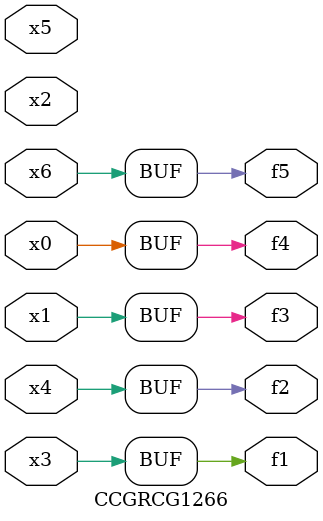
<source format=v>
module CCGRCG1266(
	input x0, x1, x2, x3, x4, x5, x6,
	output f1, f2, f3, f4, f5
);
	assign f1 = x3;
	assign f2 = x4;
	assign f3 = x1;
	assign f4 = x0;
	assign f5 = x6;
endmodule

</source>
